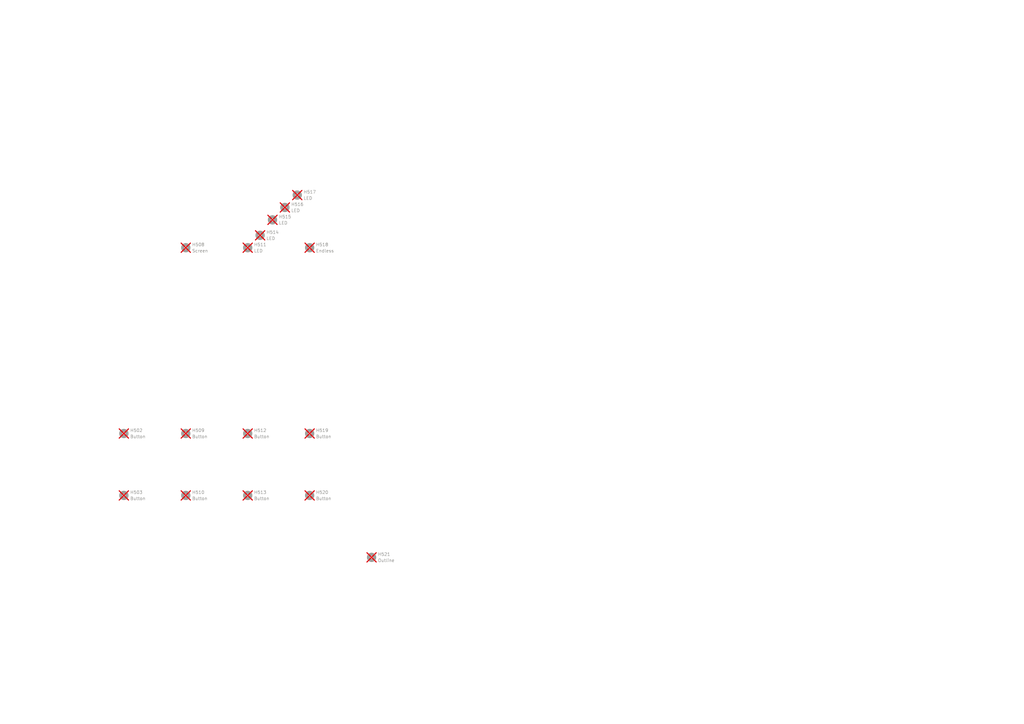
<source format=kicad_sch>
(kicad_sch (version 20231120) (generator "eeschema") (generator_version "8.0")
  (paper "A3")
  (lib_symbols
    (symbol "Mechanical:MountingHole" (pin_names (offset 1.016)) (exclude_from_sim yes) (in_bom no)
      (property "Reference" "H" (at 0 5.08 0))
      (property "Value" "MountingHole" (at 0 3.175 0))
      (symbol "MountingHole_0_1"
        (circle (center 0 0) (radius 1.27) (stroke (width 1.27)))
      )
    )
  )
  (symbol (lib_id "Mechanical:MountingHole") (at 116.84 85.09 0) (unit 1) (exclude_from_sim yes) (in_bom no) (dnp yes)
    (property "Reference" "H516" (at 119.38 83.8199 0) (effects (justify left)))
    (property "Value" "LED" (at 119.38 86.3599 0) (effects (justify left)))
    (property "Footprint" "suku_basics:FP_LED" (effects (hide yes)))
    (property "Description" "Mounting Hole without connection" (effects (hide yes)))
  )
  (symbol (lib_id "Mechanical:MountingHole") (at 101.6 177.8 0) (unit 1) (exclude_from_sim yes) (in_bom no) (dnp yes)
    (property "Reference" "H512" (at 104.14 176.5299 0) (effects (justify left)))
    (property "Value" "Button" (at 104.14 179.0699 0) (effects (justify left)))
    (property "Footprint" "suku_basics:FP_BUTTON" (effects (hide yes)))
    (property "Description" "Mounting Hole without connection" (effects (hide yes)))
  )
  (symbol (lib_id "Mechanical:MountingHole") (at 76.2 101.6 0) (unit 1) (exclude_from_sim yes) (in_bom no) (dnp yes)
    (property "Reference" "H508" (at 78.74 100.3299 0) (effects (justify left)))
    (property "Value" "Screen" (at 78.74 102.8699 0) (effects (justify left)))
    (property "Footprint" "suku_basics:FP_SCREEN" (effects (hide yes)))
    (property "Description" "Mounting Hole without connection" (effects (hide yes)))
  )
  (symbol (lib_id "Mechanical:MountingHole") (at 127 101.6 0) (unit 1) (exclude_from_sim yes) (in_bom no) (dnp yes)
    (property "Reference" "H518" (at 129.54 100.3299 0) (effects (justify left)))
    (property "Value" "Endless" (at 129.54 102.8699 0) (effects (justify left)))
    (property "Footprint" "suku_basics:FP_ENDLESS" (effects (hide yes)))
    (property "Description" "Mounting Hole without connection" (effects (hide yes)))
  )
  (symbol (lib_id "Mechanical:MountingHole") (at 127 203.2 0) (unit 1) (exclude_from_sim yes) (in_bom no) (dnp yes)
    (property "Reference" "H520" (at 129.54 201.9299 0) (effects (justify left)))
    (property "Value" "Button" (at 129.54 204.4699 0) (effects (justify left)))
    (property "Footprint" "suku_basics:FP_BUTTON" (effects (hide yes)))
    (property "Description" "Mounting Hole without connection" (effects (hide yes)))
  )
  (symbol (lib_id "Mechanical:MountingHole") (at 152.4 228.6 0) (unit 1) (exclude_from_sim yes) (in_bom no) (dnp yes)
    (property "Reference" "H521" (at 154.94 227.3299 0) (effects (justify left)))
    (property "Value" "Outline" (at 154.94 229.8699 0) (effects (justify left)))
    (property "Footprint" "suku_basics:FP_OUTLINE" (effects (hide yes)))
    (property "Description" "Mounting Hole without connection" (effects (hide yes)))
  )
  (symbol (lib_id "Mechanical:MountingHole") (at 101.6 203.2 0) (unit 1) (exclude_from_sim yes) (in_bom no) (dnp yes)
    (property "Reference" "H513" (at 104.14 201.9299 0) (effects (justify left)))
    (property "Value" "Button" (at 104.14 204.4699 0) (effects (justify left)))
    (property "Footprint" "suku_basics:FP_BUTTON" (effects (hide yes)))
    (property "Description" "Mounting Hole without connection" (effects (hide yes)))
  )
  (symbol (lib_id "Mechanical:MountingHole") (at 111.76 90.17 0) (unit 1) (exclude_from_sim yes) (in_bom no) (dnp yes)
    (property "Reference" "H515" (at 114.3 88.8999 0) (effects (justify left)))
    (property "Value" "LED" (at 114.3 91.4399 0) (effects (justify left)))
    (property "Footprint" "suku_basics:FP_LED" (effects (hide yes)))
    (property "Description" "Mounting Hole without connection" (effects (hide yes)))
  )
  (symbol (lib_id "Mechanical:MountingHole") (at 106.68 96.52 0) (unit 1) (exclude_from_sim yes) (in_bom no) (dnp yes)
    (property "Reference" "H514" (at 109.22 95.2499 0) (effects (justify left)))
    (property "Value" "LED" (at 109.22 97.7899 0) (effects (justify left)))
    (property "Footprint" "suku_basics:FP_LED" (effects (hide yes)))
    (property "Description" "Mounting Hole without connection" (effects (hide yes)))
  )
  (symbol (lib_id "Mechanical:MountingHole") (at 50.8 177.8 0) (unit 1) (exclude_from_sim yes) (in_bom no) (dnp yes)
    (property "Reference" "H502" (at 53.34 176.5299 0) (effects (justify left)))
    (property "Value" "Button" (at 53.34 179.0699 0) (effects (justify left)))
    (property "Footprint" "suku_basics:FP_BUTTON" (effects (hide yes)))
    (property "Description" "Mounting Hole without connection" (effects (hide yes)))
  )
  (symbol (lib_id "Mechanical:MountingHole") (at 76.2 177.8 0) (unit 1) (exclude_from_sim yes) (in_bom no) (dnp yes)
    (property "Reference" "H509" (at 78.74 176.5299 0) (effects (justify left)))
    (property "Value" "Button" (at 78.74 179.0699 0) (effects (justify left)))
    (property "Footprint" "suku_basics:FP_BUTTON" (effects (hide yes)))
    (property "Description" "Mounting Hole without connection" (effects (hide yes)))
  )
  (symbol (lib_id "Mechanical:MountingHole") (at 101.6 101.6 0) (unit 1) (exclude_from_sim yes) (in_bom no) (dnp yes)
    (property "Reference" "H511" (at 104.14 100.3299 0) (effects (justify left)))
    (property "Value" "LED" (at 104.14 102.8699 0) (effects (justify left)))
    (property "Footprint" "suku_basics:FP_LED" (effects (hide yes)))
    (property "Description" "Mounting Hole without connection" (effects (hide yes)))
  )
  (symbol (lib_id "Mechanical:MountingHole") (at 121.92 80.01 0) (unit 1) (exclude_from_sim yes) (in_bom no) (dnp yes)
    (property "Reference" "H517" (at 124.46 78.7399 0) (effects (justify left)))
    (property "Value" "LED" (at 124.46 81.2799 0) (effects (justify left)))
    (property "Footprint" "suku_basics:FP_LED" (effects (hide yes)))
    (property "Description" "Mounting Hole without connection" (effects (hide yes)))
  )
  (symbol (lib_id "Mechanical:MountingHole") (at 76.2 203.2 0) (unit 1) (exclude_from_sim yes) (in_bom no) (dnp yes)
    (property "Reference" "H510" (at 78.74 201.9299 0) (effects (justify left)))
    (property "Value" "Button" (at 78.74 204.4699 0) (effects (justify left)))
    (property "Footprint" "suku_basics:FP_BUTTON" (effects (hide yes)))
    (property "Description" "Mounting Hole without connection" (effects (hide yes)))
  )
  (symbol (lib_id "Mechanical:MountingHole") (at 127 177.8 0) (unit 1) (exclude_from_sim yes) (in_bom no) (dnp yes)
    (property "Reference" "H519" (at 129.54 176.5299 0) (effects (justify left)))
    (property "Value" "Button" (at 129.54 179.0699 0) (effects (justify left)))
    (property "Footprint" "suku_basics:FP_BUTTON" (effects (hide yes)))
    (property "Description" "Mounting Hole without connection" (effects (hide yes)))
  )
  (symbol (lib_id "Mechanical:MountingHole") (at 50.8 203.2 0) (unit 1) (exclude_from_sim yes) (in_bom no) (dnp yes)
    (property "Reference" "H503" (at 53.34 201.9299 0) (effects (justify left)))
    (property "Value" "Button" (at 53.34 204.4699 0) (effects (justify left)))
    (property "Footprint" "suku_basics:FP_BUTTON" (effects (hide yes)))
    (property "Description" "Mounting Hole without connection" (effects (hide yes)))
  )
)
</source>
